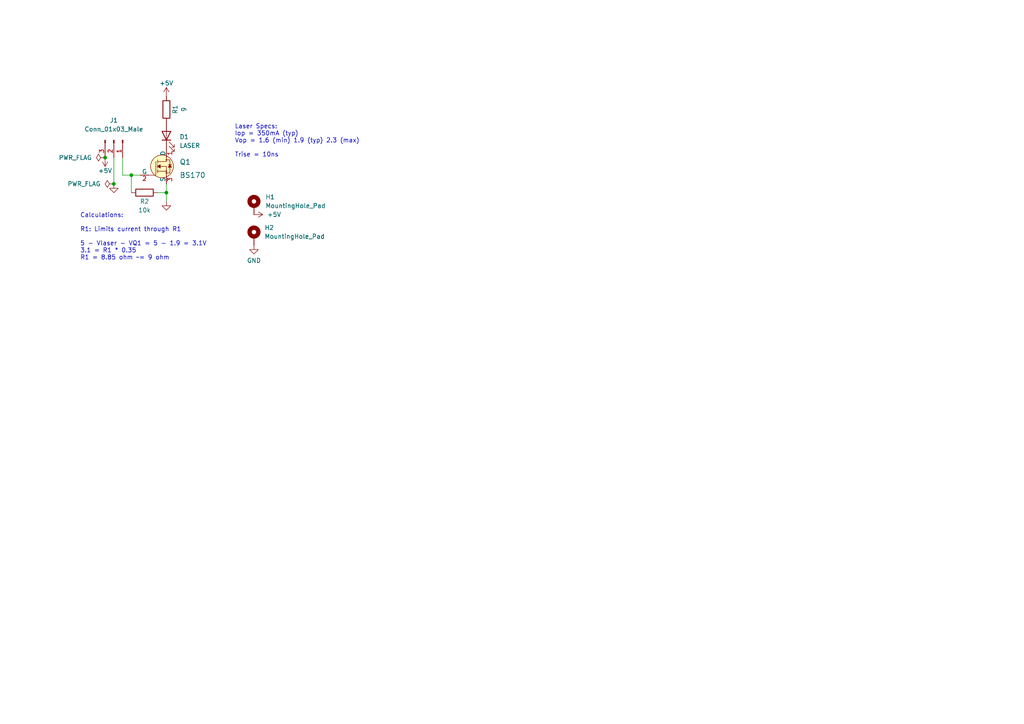
<source format=kicad_sch>
(kicad_sch (version 20211123) (generator eeschema)
  (paper "A4")
  (lib_symbols
    (symbol "Connector:Conn_01x03_Male" (pin_names (offset 1.016) hide)
      (property "Reference" "J" (at 0 5.08 0))
      (property "Value" "Conn_01x03_Male" (at 0 -5.08 0))
      (symbol "Conn_01x03_Male_1_1"
        (polyline (pts (xy 1.27 -2.54) (xy 0.8636 -2.54)) (stroke (width 0.1524)))
        (polyline (pts (xy 1.27 0) (xy 0.8636 0)) (stroke (width 0.1524)))
        (polyline (pts (xy 1.27 2.54) (xy 0.8636 2.54)) (stroke (width 0.1524)))
        (rectangle (start 0.8636 -2.413) (end 0 -2.667) (stroke (width 0.1524)) (fill (type outline)))
        (rectangle (start 0.8636 0.127) (end 0 -0.127) (stroke (width 0.1524)) (fill (type outline)))
        (rectangle (start 0.8636 2.667) (end 0 2.413) (stroke (width 0.1524)) (fill (type outline)))
        (pin passive line (at 5.08 2.54 180) (length 3.81) (name "Pin_1") (number "1"))
        (pin passive line (at 5.08 0 180) (length 3.81) (name "Pin_2") (number "2"))
        (pin passive line (at 5.08 -2.54 180) (length 3.81) (name "Pin_3") (number "3"))
      )
    )
    (symbol "Device:LED" (pin_numbers hide) (pin_names (offset 1.016) hide)
      (property "Reference" "D" (at 0 2.54 0))
      (property "Value" "LED" (at 0 -2.54 0))
      (symbol "LED_0_1"
        (polyline (pts (xy -1.27 -1.27) (xy -1.27 1.27)) (stroke (width 0.254)))
        (polyline (pts (xy -1.27 0) (xy 1.27 0)))
        (polyline (pts (xy 1.27 -1.27) (xy 1.27 1.27) (xy -1.27 0) (xy 1.27 -1.27)) (stroke (width 0.254)))
        (polyline (pts (xy -3.048 -0.762) (xy -4.572 -2.286) (xy -3.81 -2.286) (xy -4.572 -2.286) (xy -4.572 -1.524)))
        (polyline (pts (xy -1.778 -0.762) (xy -3.302 -2.286) (xy -2.54 -2.286) (xy -3.302 -2.286) (xy -3.302 -1.524)))
      )
      (symbol "LED_1_1"
        (pin passive line (at -3.81 0 0) (length 2.54) (name "K") (number "1"))
        (pin passive line (at 3.81 0 180) (length 2.54) (name "A") (number "2"))
      )
    )
    (symbol "Device:R" (pin_numbers hide) (pin_names (offset 0))
      (property "Reference" "R" (at 2.032 0 90))
      (property "Value" "R" (at 0 0 90))
      (symbol "R_0_1"
        (rectangle (start -1.016 -2.54) (end 1.016 2.54) (stroke (width 0.254)))
      )
      (symbol "R_1_1"
        (pin passive line (at 0 3.81 270) (length 1.27) (name "~") (number "1"))
        (pin passive line (at 0 -3.81 90) (length 1.27) (name "~") (number "2"))
      )
    )
    (symbol "Mechanical:MountingHole_Pad" (pin_numbers hide) (pin_names (offset 1.016) hide)
      (property "Reference" "H" (at 0 6.35 0))
      (property "Value" "MountingHole_Pad" (at 0 4.445 0))
      (symbol "MountingHole_Pad_0_1"
        (circle (center 0 1.27) (radius 1.27) (stroke (width 1.27)))
      )
      (symbol "MountingHole_Pad_1_1"
        (pin input line (at 0 -2.54 90) (length 2.54) (name "1") (number "1"))
      )
    )
    (symbol "dk_Transistors-FETs-MOSFETs-Single:BS170" (pin_names (offset 0))
      (property "Reference" "Q" (at -2.6924 3.6322 0))
      (property "Value" "BS170" (at 3.4544 0 90))
      (symbol "BS170_0_1"
        (circle (center -1.27 0) (radius 3.302) (fill (type background)))
        (circle (center 0 -1.905) (radius 0.127))
        (circle (center 0 -1.397) (radius 0.127))
        (polyline (pts (xy 0 -1.397) (xy -2.54 -1.397)))
        (polyline (pts (xy -5.08 -2.54) (xy -3.048 -2.54) (xy -3.048 1.397)))
        (polyline (pts (xy 0 -2.54) (xy 0 0) (xy -2.54 0)))
        (polyline (pts (xy 0 2.54) (xy 0 1.397) (xy -2.54 1.397)))
        (polyline (pts (xy -0.127 -1.905) (xy 1.016 -1.905) (xy 1.016 1.397) (xy 1.016 1.905) (xy -0.127 1.905)))
        (circle (center 0 1.905) (radius 0.127))
      )
      (symbol "BS170_1_1"
        (polyline (pts (xy -2.54 -1.397) (xy -2.54 -1.905)))
        (polyline (pts (xy -2.54 -1.397) (xy -2.54 -0.889)))
        (polyline (pts (xy -2.54 0) (xy -2.54 -0.508)))
        (polyline (pts (xy -2.54 0) (xy -2.54 0.508)))
        (polyline (pts (xy -2.54 1.905) (xy -2.54 0.889)))
        (polyline (pts (xy 1.524 0.508) (xy 0.508 0.508)))
        (polyline (pts (xy -2.54 0) (xy -1.778 0.508) (xy -1.778 -0.508) (xy -2.54 0)) (fill (type outline)))
        (polyline (pts (xy 1.016 0.508) (xy 0.508 -0.254) (xy 1.524 -0.254) (xy 1.016 0.508)) (fill (type outline)))
        (pin bidirectional line (at 0 5.08 270) (length 2.54) (name "D") (number "1"))
        (pin bidirectional line (at -7.62 -2.54 0) (length 2.54) (name "G") (number "2"))
        (pin bidirectional line (at 0 -5.08 90) (length 2.54) (name "S") (number "3"))
      )
    )
    (symbol "power:+5V" (power) (pin_names (offset 0))
      (property "Value" "+5V" (at 0 3.556 0))
      (symbol "+5V_0_1"
        (polyline (pts (xy -0.762 1.27) (xy 0 2.54)))
        (polyline (pts (xy 0 0) (xy 0 2.54)))
        (polyline (pts (xy 0 2.54) (xy 0.762 1.27)))
      )
      (symbol "+5V_1_1"
        (pin power_in line (at 0 0 90) (length 0) hide (name "+5V") (number "1"))
      )
    )
    (symbol "power:GND" (power) (pin_names (offset 0))
      (property "Value" "GND" (at 0 -3.81 0))
      (symbol "GND_0_1"
        (polyline (pts (xy 0 0) (xy 0 -1.27) (xy 1.27 -1.27) (xy 0 -2.54) (xy -1.27 -1.27) (xy 0 -1.27)))
      )
      (symbol "GND_1_1"
        (pin power_in line (at 0 0 270) (length 0) hide (name "GND") (number "1"))
      )
    )
    (symbol "power:PWR_FLAG" (power) (pin_numbers hide) (pin_names (offset 0) hide)
      (property "Value" "PWR_FLAG" (at 0 3.81 0))
      (symbol "PWR_FLAG_0_0"
        (pin power_out line (at 0 0 90) (length 0) (name "pwr") (number "1"))
      )
      (symbol "PWR_FLAG_0_1"
        (polyline (pts (xy 0 0) (xy 0 1.27) (xy -1.016 1.905) (xy 0 2.54) (xy 1.016 1.905) (xy 0 1.27)))
      )
    )
  )
  (junction (at 30.48 45.72))
  (junction (at 38.1 50.8))
  (junction (at 33.02 53.34))
  (junction (at 48.26 55.88))
  (wire (pts (xy 33.02 45.72) (xy 33.02 53.34)))
  (wire (pts (xy 48.26 55.88) (xy 48.26 53.34)))
  (wire (pts (xy 35.56 45.72) (xy 35.56 50.8)))
  (wire (pts (xy 35.56 50.8) (xy 38.1 50.8)))
  (wire (pts (xy 48.26 55.88) (xy 48.26 58.42)))
  (wire (pts (xy 38.1 50.8) (xy 38.1 55.88)))
  (wire (pts (xy 38.1 50.8) (xy 40.64 50.8)))
  (wire (pts (xy 45.72 55.88) (xy 48.26 55.88)))
  (text "Calculations:\n\nR1: Limits current through R1\n\n5 - Vlaser - VQ1 = 5 - 1.9 = 3.1V\n3.1 = R1 * 0.35\nR1 = 8.85 ohm ~= 9 ohm" (at 23.241 75.565 0) (effects (font (size 1.27 1.27)) (justify left bottom)))
  (text "Laser Specs:\nIop = 350mA (typ)\nVop = 1.6 (min) 1.9 (typ) 2.3 (max)\n\nTrise = 10ns" (at 68.072 45.72 0) (effects (font (size 1.27 1.27)) (justify left bottom)))
  (symbol (lib_id "power:GND") (at 48.26 58.42 0) (unit 1)
    (property "Reference" "#PWR0107" (effects hide))
    (property "Value" "GND" (effects hide))
  )
  (symbol (lib_id "Mechanical:MountingHole_Pad") (at 73.66 59.69 0) (unit 1)
    (property "Reference" "H1" (at 76.962 57.1499 0) (effects (justify left)))
    (property "Value" "MountingHole_Pad" (at 76.962 59.6899 0) (effects (justify left)))
    (property "Footprint" "MountingHole:MountingHole_2.2mm_M2_DIN965_Pad" (effects hide))
  )
  (symbol (lib_id "power:PWR_FLAG") (at 33.02 53.34 90) (unit 1)
    (property "Reference" "#FLG0102" (effects hide))
    (property "Value" "PWR_FLAG" (at 29.21 53.3399 90) (effects (justify left)))
  )
  (symbol (lib_id "power:+5V") (at 30.48 45.72 180) (unit 1)
    (property "Reference" "#PWR0101" (effects hide))
    (property "Value" "+5V" (at 30.48 49.53 0))
  )
  (symbol (lib_id "power:GND") (at 33.02 53.34 0) (unit 1)
    (property "Reference" "#PWR0106" (effects hide))
    (property "Value" "GND" (effects hide))
  )
  (symbol (lib_id "Connector:Conn_01x03_Male") (at 33.02 40.64 270) (unit 1)
    (property "Reference" "J1" (at 33.02 34.925 90))
    (property "Value" "Conn_01x03_Male" (at 33.02 37.465 90))
    (property "Footprint" "Connector_PinHeader_2.54mm:PinHeader_1x03_P2.54mm_Vertical" (effects hide))
  )
  (symbol (lib_id "Mechanical:MountingHole_Pad") (at 73.66 68.58 0) (unit 1)
    (property "Reference" "H2" (at 76.708 66.0399 0) (effects (justify left)))
    (property "Value" "MountingHole_Pad" (at 76.708 68.5799 0) (effects (justify left)))
    (property "Footprint" "MountingHole:MountingHole_2.2mm_M2_DIN965_Pad" (effects hide))
  )
  (symbol (lib_id "power:+5V") (at 73.66 62.23 270) (unit 1)
    (property "Reference" "#PWR0104" (effects hide))
    (property "Value" "+5V" (at 77.47 62.2299 90) (effects (justify left)))
  )
  (symbol (lib_id "Device:R") (at 48.26 31.75 180) (unit 1)
    (property "Reference" "R1" (at 50.8 31.75 90))
    (property "Value" "9" (at 53.34 31.75 90))
    (property "Footprint" "Resistor_THT:R_Axial_DIN0309_L9.0mm_D3.2mm_P12.70mm_Horizontal" (effects hide))
  )
  (symbol (lib_id "dk_Transistors-FETs-MOSFETs-Single:BS170") (at 48.26 48.26 0) (unit 1)
    (property "Reference" "Q1" (at 52.07 46.99 0) (effects (font (size 1.524 1.524)) (justify left)))
    (property "Value" "BS170" (at 52.07 50.8 0) (effects (font (size 1.524 1.524)) (justify left)))
    (property "Footprint" "digikey-footprints:TO-92-3" (effects hide))
    (property "Datasheet" "https://www.onsemi.com/pub/Collateral/BS170-D.PDF" (effects hide))
    (property "Digi-Key_PN" "BS170-ND" (effects hide))
    (property "MPN" "BS170" (effects hide))
    (property "Category" "Discrete Semiconductor Products" (effects hide))
    (property "Family" "Transistors - FETs, MOSFETs - Single" (effects hide))
    (property "DK_Datasheet_Link" "https://www.onsemi.com/pub/Collateral/BS170-D.PDF" (effects hide))
    (property "DK_Detail_Page" "/product-detail/en/on-semiconductor/BS170/BS170-ND/244280" (effects hide))
    (property "Description" "MOSFET N-CH 60V 500MA TO-92" (effects hide))
    (property "Manufacturer" "ON Semiconductor" (effects hide))
    (property "Status" "Active" (effects hide))
  )
  (symbol (lib_id "Device:R") (at 41.91 55.88 90) (unit 1)
    (property "Reference" "R2" (at 41.91 58.42 90))
    (property "Value" "10k" (at 41.91 60.96 90))
    (property "Footprint" "Resistor_SMD:R_0603_1608Metric" (effects hide))
  )
  (symbol (lib_id "power:GND") (at 73.66 71.12 0) (unit 1)
    (property "Reference" "#PWR0102" (effects hide))
    (property "Value" "GND" (at 73.66 75.565 0))
  )
  (symbol (lib_id "Device:LED") (at 48.26 39.37 90) (unit 1)
    (property "Reference" "D1" (at 52.07 39.6874 90) (effects (justify right)))
    (property "Value" "LASER" (at 52.07 42.2274 90) (effects (justify right)))
    (property "Footprint" "cad:BELICE-850" (effects hide))
  )
  (symbol (lib_id "power:+5V") (at 48.26 27.94 0) (unit 1)
    (property "Reference" "#PWR0105" (effects hide))
    (property "Value" "+5V" (at 48.26 24.13 0))
  )
  (symbol (lib_id "power:PWR_FLAG") (at 30.48 45.72 90) (unit 1)
    (property "Reference" "#FLG0101" (effects hide))
    (property "Value" "PWR_FLAG" (at 26.67 45.7199 90) (effects (justify left)))
  )
)
</source>
